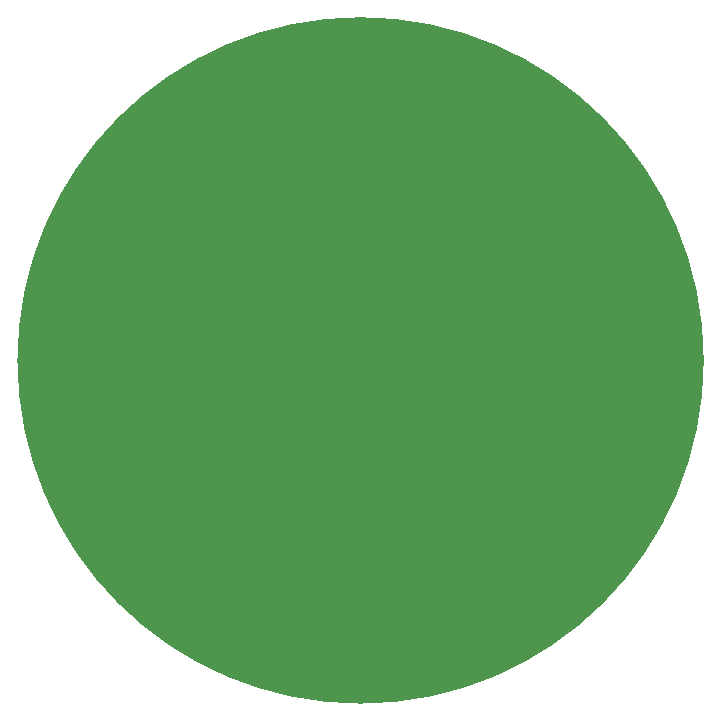
<source format=gbr>
%TF.GenerationSoftware,KiCad,Pcbnew,7.0.6*%
%TF.CreationDate,2024-02-05T15:03:35-06:00*%
%TF.ProjectId,BottomProbeCard,426f7474-6f6d-4507-926f-626543617264,rev?*%
%TF.SameCoordinates,Original*%
%TF.FileFunction,Soldermask,Top*%
%TF.FilePolarity,Negative*%
%FSLAX46Y46*%
G04 Gerber Fmt 4.6, Leading zero omitted, Abs format (unit mm)*
G04 Created by KiCad (PCBNEW 7.0.6) date 2024-02-05 15:03:35*
%MOMM*%
%LPD*%
G01*
G04 APERTURE LIST*
%ADD10C,29.075000*%
G04 APERTURE END LIST*
D10*
X89537500Y-80000000D02*
G75*
G03*
X89537500Y-80000000I-14537500J0D01*
G01*
M02*

</source>
